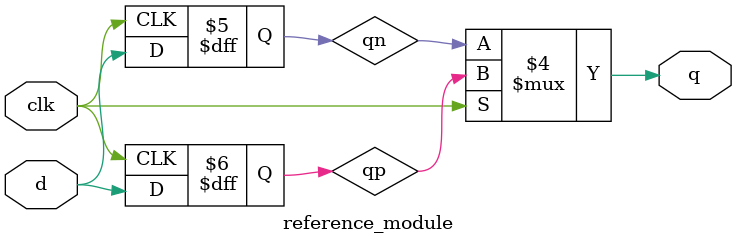
<source format=sv>
module reference_module(
	input clk,
	input d,
	output reg q);
	
	/*always @(posedge clk, negedge clk) begin
		q <= d;
	end*/

	reg qp, qn;
    always @(posedge clk)
        qp <= d;
    always @(negedge clk)
        qn <= d;
    // assign q = clk ? qp : qn;  // This causes q to change too early when clk changes. Need delay by delta cycle
    always @(*)
        q <= clk ? qp : qn;
endmodule

</source>
